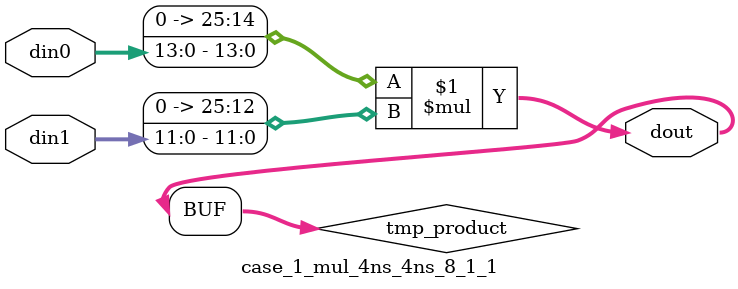
<source format=v>

`timescale 1 ns / 1 ps

 (* use_dsp = "no" *)  module case_1_mul_4ns_4ns_8_1_1(din0, din1, dout);
parameter ID = 1;
parameter NUM_STAGE = 0;
parameter din0_WIDTH = 14;
parameter din1_WIDTH = 12;
parameter dout_WIDTH = 26;

input [din0_WIDTH - 1 : 0] din0; 
input [din1_WIDTH - 1 : 0] din1; 
output [dout_WIDTH - 1 : 0] dout;

wire signed [dout_WIDTH - 1 : 0] tmp_product;
























assign tmp_product = $signed({1'b0, din0}) * $signed({1'b0, din1});











assign dout = tmp_product;





















endmodule

</source>
